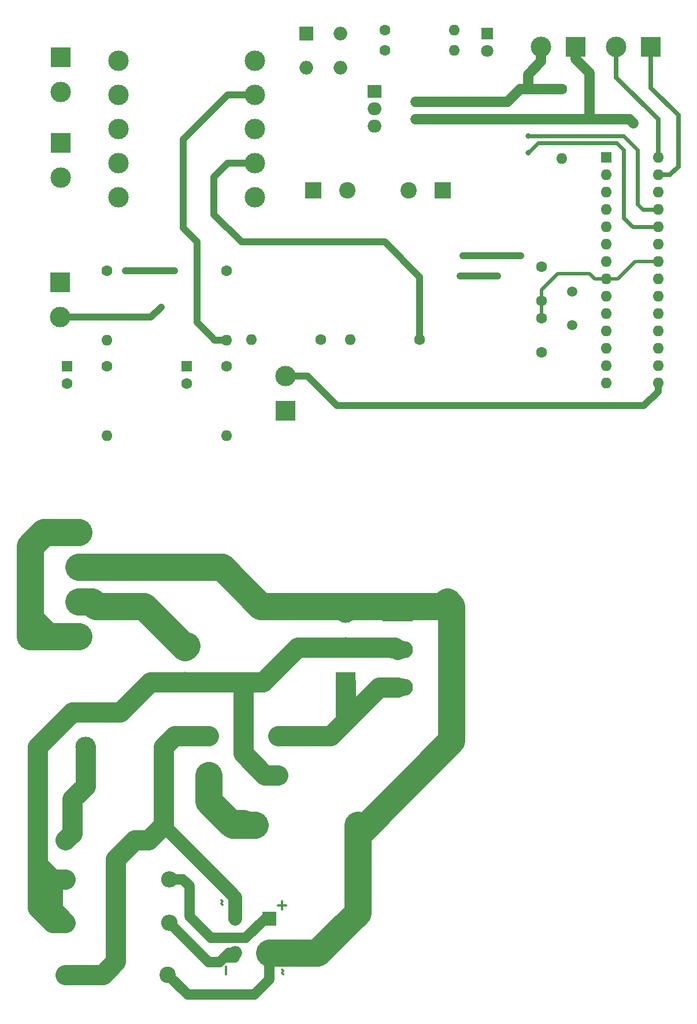
<source format=gtl>
G04 #@! TF.GenerationSoftware,KiCad,Pcbnew,(7.0.0)*
G04 #@! TF.CreationDate,2024-09-01T14:49:18+02:00*
G04 #@! TF.ProjectId,Routeur solaire  standard edition,526f7574-6575-4722-9073-6f6c61697265,rev?*
G04 #@! TF.SameCoordinates,Original*
G04 #@! TF.FileFunction,Copper,L1,Top*
G04 #@! TF.FilePolarity,Positive*
%FSLAX46Y46*%
G04 Gerber Fmt 4.6, Leading zero omitted, Abs format (unit mm)*
G04 Created by KiCad (PCBNEW (7.0.0)) date 2024-09-01 14:49:18*
%MOMM*%
%LPD*%
G01*
G04 APERTURE LIST*
%ADD10C,0.300000*%
G04 #@! TA.AperFunction,NonConductor*
%ADD11C,0.300000*%
G04 #@! TD*
G04 #@! TA.AperFunction,ComponentPad*
%ADD12R,3.000000X3.000000*%
G04 #@! TD*
G04 #@! TA.AperFunction,ComponentPad*
%ADD13C,3.000000*%
G04 #@! TD*
G04 #@! TA.AperFunction,ComponentPad*
%ADD14R,1.600000X1.600000*%
G04 #@! TD*
G04 #@! TA.AperFunction,ComponentPad*
%ADD15O,1.600000X1.600000*%
G04 #@! TD*
G04 #@! TA.AperFunction,ComponentPad*
%ADD16C,1.600000*%
G04 #@! TD*
G04 #@! TA.AperFunction,ComponentPad*
%ADD17C,1.500000*%
G04 #@! TD*
G04 #@! TA.AperFunction,ComponentPad*
%ADD18R,1.800000X1.800000*%
G04 #@! TD*
G04 #@! TA.AperFunction,ComponentPad*
%ADD19C,1.800000*%
G04 #@! TD*
G04 #@! TA.AperFunction,ComponentPad*
%ADD20R,2.400000X2.400000*%
G04 #@! TD*
G04 #@! TA.AperFunction,ComponentPad*
%ADD21C,2.400000*%
G04 #@! TD*
G04 #@! TA.AperFunction,ComponentPad*
%ADD22R,2.000000X2.000000*%
G04 #@! TD*
G04 #@! TA.AperFunction,ComponentPad*
%ADD23O,2.000000X2.000000*%
G04 #@! TD*
G04 #@! TA.AperFunction,ComponentPad*
%ADD24R,2.000000X1.905000*%
G04 #@! TD*
G04 #@! TA.AperFunction,ComponentPad*
%ADD25O,2.000000X1.905000*%
G04 #@! TD*
G04 #@! TA.AperFunction,ComponentPad*
%ADD26O,2.400000X2.400000*%
G04 #@! TD*
G04 #@! TA.AperFunction,ComponentPad*
%ADD27R,4.500000X2.500000*%
G04 #@! TD*
G04 #@! TA.AperFunction,ComponentPad*
%ADD28O,4.500000X2.500000*%
G04 #@! TD*
G04 #@! TA.AperFunction,ViaPad*
%ADD29C,0.800000*%
G04 #@! TD*
G04 #@! TA.AperFunction,Conductor*
%ADD30C,1.500000*%
G04 #@! TD*
G04 #@! TA.AperFunction,Conductor*
%ADD31C,4.000000*%
G04 #@! TD*
G04 #@! TA.AperFunction,Conductor*
%ADD32C,0.250000*%
G04 #@! TD*
G04 #@! TA.AperFunction,Conductor*
%ADD33C,0.600000*%
G04 #@! TD*
G04 #@! TA.AperFunction,Conductor*
%ADD34C,3.000000*%
G04 #@! TD*
G04 #@! TA.AperFunction,Conductor*
%ADD35C,1.000000*%
G04 #@! TD*
G04 #@! TA.AperFunction,Conductor*
%ADD36C,0.500000*%
G04 #@! TD*
G04 #@! TA.AperFunction,Conductor*
%ADD37C,0.700000*%
G04 #@! TD*
G04 #@! TA.AperFunction,Conductor*
%ADD38C,2.000000*%
G04 #@! TD*
G04 #@! TA.AperFunction,Conductor*
%ADD39C,0.200000*%
G04 #@! TD*
G04 APERTURE END LIST*
D10*
D11*
X57730357Y-156249642D02*
X57730357Y-157392500D01*
X57158928Y-156821071D02*
X58301785Y-156821071D01*
D10*
D11*
X48840357Y-156035357D02*
X48911785Y-156106785D01*
X48911785Y-156106785D02*
X48983214Y-156249642D01*
X48983214Y-156249642D02*
X48840357Y-156535357D01*
X48840357Y-156535357D02*
X48911785Y-156678214D01*
X48911785Y-156678214D02*
X48983214Y-156749642D01*
D10*
D11*
X49475357Y-165774642D02*
X49475357Y-166917500D01*
D10*
D11*
X57730357Y-166195357D02*
X57801785Y-166266785D01*
X57801785Y-166266785D02*
X57873214Y-166409642D01*
X57873214Y-166409642D02*
X57730357Y-166695357D01*
X57730357Y-166695357D02*
X57801785Y-166838214D01*
X57801785Y-166838214D02*
X57873214Y-166909642D01*
D12*
X27939999Y-102234999D03*
D13*
X27940000Y-107315000D03*
X27940000Y-112395000D03*
X27940000Y-117475000D03*
D14*
X105217205Y-47388163D03*
D15*
X105217205Y-49928163D03*
X105217205Y-52468163D03*
X105217205Y-55008163D03*
X105217205Y-57548163D03*
X105217205Y-60088163D03*
X105217205Y-62628163D03*
X105217205Y-65168163D03*
X105217205Y-67708163D03*
X105217205Y-70248163D03*
X105217205Y-72788163D03*
X105217205Y-75328163D03*
X105217205Y-77868163D03*
X105217205Y-80408163D03*
X112837205Y-80408163D03*
X112837205Y-77868163D03*
X112837205Y-75328163D03*
X112837205Y-72788163D03*
X112837205Y-70248163D03*
X112837205Y-67708163D03*
X112837205Y-65168163D03*
X112837205Y-62628163D03*
X112837205Y-60088163D03*
X112837205Y-57548163D03*
X112837205Y-55008163D03*
X112837205Y-52468163D03*
X112837205Y-49928163D03*
X112837205Y-47388163D03*
D12*
X100754999Y-31209999D03*
D13*
X95675000Y-31210000D03*
D16*
X98717206Y-37388164D03*
D15*
X98717205Y-47548163D03*
D12*
X111754999Y-31209999D03*
D13*
X106675000Y-31210000D03*
D17*
X100217206Y-71888164D03*
X100217206Y-66988164D03*
D16*
X95717206Y-70888164D03*
X95717206Y-75888164D03*
X95717206Y-63388164D03*
X95717206Y-68388164D03*
X72755000Y-31710000D03*
D15*
X82914999Y-31709999D03*
D12*
X25254999Y-32709999D03*
D13*
X25255000Y-37790000D03*
X33755000Y-53210000D03*
X33755000Y-48210000D03*
X33755000Y-43210000D03*
X33755000Y-38210000D03*
X33755000Y-33210000D03*
X53755000Y-33210000D03*
X53755000Y-38210000D03*
X53755000Y-43210000D03*
X53755000Y-48210000D03*
X53755000Y-53210000D03*
D16*
X72755000Y-28710000D03*
D15*
X82914999Y-28709999D03*
D12*
X58254999Y-84454999D03*
D13*
X58255000Y-79375000D03*
D18*
X87754999Y-29209999D03*
D19*
X87755000Y-31750000D03*
D20*
X81254999Y-52209999D03*
D21*
X76255000Y-52210000D03*
D20*
X62254999Y-52209999D03*
D21*
X67255000Y-52210000D03*
D22*
X61254999Y-29209999D03*
D23*
X61254999Y-34209999D03*
X66254999Y-34209999D03*
X66254999Y-29209999D03*
D24*
X71254999Y-37709999D03*
D25*
X71254999Y-40249999D03*
X71254999Y-42789999D03*
D16*
X49571858Y-63943213D03*
D15*
X49571857Y-74103212D03*
D16*
X49571858Y-77943213D03*
D15*
X49571857Y-88103212D03*
D14*
X43735372Y-77943212D03*
D16*
X43735373Y-80443213D03*
X77890573Y-74038952D03*
D15*
X67730572Y-74038951D03*
D16*
X32071858Y-63943213D03*
D15*
X32071857Y-74103212D03*
D16*
X32071858Y-77943213D03*
D15*
X32071857Y-88103212D03*
D12*
X25235372Y-65672064D03*
D13*
X25235373Y-70752065D03*
D14*
X26235372Y-77943212D03*
D16*
X26235373Y-80443213D03*
D12*
X25254999Y-45209999D03*
D13*
X25255000Y-50290000D03*
D21*
X25977500Y-159332500D03*
D26*
X41217499Y-159332499D03*
D12*
X28892499Y-128587499D03*
D13*
X28892500Y-133667500D03*
D21*
X25977500Y-152982500D03*
D26*
X41217499Y-152982499D03*
D12*
X43497499Y-119062499D03*
D13*
X43497500Y-124142500D03*
D16*
X63390573Y-74038952D03*
D15*
X53230572Y-74038951D03*
D27*
X74612499Y-113982499D03*
D28*
X74612499Y-119432499D03*
X74612499Y-124882499D03*
D22*
X55822499Y-158777499D03*
D23*
X50822499Y-158777499D03*
X50822499Y-163777499D03*
X55822499Y-163777499D03*
D16*
X46932500Y-137742500D03*
D15*
X57092499Y-137742499D03*
D21*
X53777500Y-145097500D03*
X68777500Y-145097500D03*
X25977500Y-166952500D03*
X40977500Y-166952500D03*
D16*
X46932500Y-132027500D03*
D15*
X57092499Y-132027499D03*
D16*
X25977500Y-147267500D03*
D15*
X36137499Y-147267499D03*
D12*
X66992499Y-124142499D03*
D13*
X66992500Y-119062500D03*
X66992500Y-113982500D03*
D29*
X109217206Y-42388164D03*
X89255000Y-64710000D03*
X77255000Y-39210000D03*
X41994871Y-63943213D03*
X77255000Y-41750000D03*
X93755000Y-44210000D03*
X92755000Y-61710000D03*
X93755000Y-46710000D03*
X34807837Y-63943213D03*
X84255000Y-61710000D03*
X39994871Y-69256179D03*
X86755000Y-41750000D03*
X83755000Y-64710000D03*
D30*
X50822500Y-163777500D02*
X49916864Y-163777500D01*
X49916864Y-163777500D02*
X49229364Y-164465000D01*
X46985000Y-165100000D02*
X41217500Y-159332500D01*
X49229364Y-164465000D02*
X48594364Y-165100000D01*
X50800000Y-164465000D02*
X49229364Y-164465000D01*
X48594364Y-165100000D02*
X46985000Y-165100000D01*
D31*
X68777500Y-146487500D02*
X68777500Y-146685000D01*
X82550000Y-132715000D02*
X68777500Y-146487500D01*
X82550000Y-113030000D02*
X82550000Y-132715000D01*
X81915000Y-112395000D02*
X82550000Y-113030000D01*
X81280000Y-113030000D02*
X81915000Y-112395000D01*
X54610000Y-113030000D02*
X81280000Y-113030000D01*
X48895000Y-107315000D02*
X54610000Y-113030000D01*
X27940000Y-107315000D02*
X48895000Y-107315000D01*
X68777500Y-146685000D02*
X68777500Y-157917500D01*
X68777500Y-145097500D02*
X68777500Y-146685000D01*
X22860000Y-102235000D02*
X27940000Y-102235000D01*
X20830000Y-104265000D02*
X22860000Y-102235000D01*
X20830000Y-114935000D02*
X20830000Y-104265000D01*
X23370000Y-117475000D02*
X20830000Y-114935000D01*
X27940000Y-117475000D02*
X23370000Y-117475000D01*
X20830000Y-114935000D02*
X20830000Y-117475000D01*
X20830000Y-117475000D02*
X24130000Y-117475000D01*
X37465000Y-113030000D02*
X43497500Y-119062500D01*
X29845000Y-112395000D02*
X30480000Y-113030000D01*
X27940000Y-112395000D02*
X29845000Y-112395000D01*
X30480000Y-113030000D02*
X37465000Y-113030000D01*
X50482500Y-145097500D02*
X53777500Y-145097500D01*
X50165000Y-144780000D02*
X50482500Y-145097500D01*
X46932500Y-141547500D02*
X50165000Y-144780000D01*
X50165000Y-144780000D02*
X52070000Y-144780000D01*
X46932500Y-137742500D02*
X46932500Y-141547500D01*
D32*
X39994871Y-69256179D02*
X39994871Y-69256179D01*
D33*
X93755000Y-44210000D02*
X93755000Y-44210000D01*
D34*
X33337500Y-150067500D02*
X36137500Y-147267500D01*
D35*
X45255000Y-59710000D02*
X45255000Y-71516308D01*
D36*
X102717206Y-64388164D02*
X103497206Y-65168164D01*
D33*
X109755000Y-54210000D02*
X109755000Y-47710000D01*
D34*
X31432500Y-166952500D02*
X33337500Y-165047500D01*
X26987500Y-128587500D02*
X21907500Y-133667500D01*
D37*
X112837206Y-41792206D02*
X106675000Y-35630000D01*
D35*
X47755000Y-55710000D02*
X51755000Y-59710000D01*
D36*
X95717206Y-68388164D02*
X95717206Y-70888164D01*
D35*
X34807837Y-63943213D02*
X41994871Y-63943213D01*
D34*
X74242500Y-119062500D02*
X74612500Y-119432500D01*
D33*
X106755000Y-45210000D02*
X95255000Y-45210000D01*
D34*
X40322500Y-145097500D02*
X39687500Y-145732500D01*
X52012500Y-134562500D02*
X55192500Y-137742500D01*
D33*
X107755000Y-46210000D02*
X106755000Y-45210000D01*
D30*
X108579042Y-41750000D02*
X109217206Y-42388164D01*
D33*
X110553164Y-55008164D02*
X109755000Y-54210000D01*
D35*
X83755000Y-64710000D02*
X89255000Y-64710000D01*
D30*
X95675000Y-33331320D02*
X93755000Y-35251320D01*
D34*
X52012500Y-124142500D02*
X52012500Y-134562500D01*
D30*
X83755000Y-39210000D02*
X90755000Y-39210000D01*
D34*
X33972500Y-128587500D02*
X28892500Y-128587500D01*
D30*
X44132500Y-158432500D02*
X44132500Y-153987500D01*
X43127500Y-152982500D02*
X41217500Y-152982500D01*
D34*
X24077500Y-159332500D02*
X25977500Y-159332500D01*
D32*
X65755000Y-83710000D02*
X65755000Y-83630000D01*
D34*
X25977500Y-147267500D02*
X26877500Y-146367500D01*
D30*
X93755000Y-37388164D02*
X98717206Y-37388164D01*
D34*
X33337500Y-165047500D02*
X33337500Y-150067500D01*
D30*
X77255000Y-39210000D02*
X83755000Y-39210000D01*
D36*
X105217206Y-65168164D02*
X106937206Y-65168164D01*
D34*
X57092500Y-132027500D02*
X64822500Y-132027500D01*
X66992500Y-119062500D02*
X74242500Y-119062500D01*
D30*
X95675000Y-31210000D02*
X95675000Y-33331320D01*
X47307500Y-161607500D02*
X46672500Y-160972500D01*
X43887500Y-169862500D02*
X53657500Y-169862500D01*
D34*
X21907500Y-151447500D02*
X21907500Y-157162500D01*
X21907500Y-133667500D02*
X21907500Y-150812500D01*
D33*
X107755000Y-44210000D02*
X93755000Y-44210000D01*
D34*
X28892500Y-133667500D02*
X28892500Y-139382500D01*
D36*
X95717206Y-66747794D02*
X95717206Y-68388164D01*
D31*
X55822500Y-163777500D02*
X62917500Y-163777500D01*
D34*
X24077500Y-157432500D02*
X25977500Y-159332500D01*
D35*
X43255000Y-57710000D02*
X45255000Y-59710000D01*
D31*
X68777500Y-157917500D02*
X66357500Y-160337500D01*
D33*
X112837206Y-57548164D02*
X109093164Y-57548164D01*
D30*
X77255000Y-41750000D02*
X83715000Y-41750000D01*
X40977500Y-166952500D02*
X43887500Y-169862500D01*
D38*
X50822500Y-158777500D02*
X50822500Y-155597500D01*
D35*
X43755000Y-44210000D02*
X43255000Y-44710000D01*
D34*
X26987500Y-141287500D02*
X28892500Y-139382500D01*
D30*
X52387500Y-161607500D02*
X47307500Y-161607500D01*
D34*
X46932500Y-132027500D02*
X41962500Y-132027500D01*
X21907500Y-150812500D02*
X21907500Y-151447500D01*
X52012500Y-124142500D02*
X38417500Y-124142500D01*
D39*
X55822500Y-158777500D02*
X55217500Y-158777500D01*
D37*
X111755000Y-37210000D02*
X115755000Y-41210000D01*
D30*
X100755000Y-32960000D02*
X102755000Y-34960000D01*
D37*
X106675000Y-35630000D02*
X106675000Y-31210000D01*
D35*
X112837206Y-80408164D02*
X112837206Y-81627794D01*
D39*
X26877500Y-146367500D02*
X26987500Y-146367500D01*
D30*
X44132500Y-153987500D02*
X43127500Y-152982500D01*
D34*
X38152500Y-147267500D02*
X39687500Y-145732500D01*
D35*
X58255000Y-79375000D02*
X61420000Y-79375000D01*
X51755000Y-59710000D02*
X72755000Y-59710000D01*
D34*
X24077500Y-152982500D02*
X21907500Y-150812500D01*
D35*
X47755000Y-50210000D02*
X47755000Y-55710000D01*
D30*
X55822500Y-167697500D02*
X55822500Y-163777500D01*
D34*
X25977500Y-152982500D02*
X24077500Y-152982500D01*
D30*
X55217500Y-158777500D02*
X52387500Y-161607500D01*
D37*
X111755000Y-31210000D02*
X111755000Y-37210000D01*
D35*
X110755000Y-83710000D02*
X65755000Y-83710000D01*
X72755000Y-59710000D02*
X77890573Y-64845573D01*
D34*
X66992500Y-129857500D02*
X71967500Y-124882500D01*
D36*
X109717206Y-62628164D02*
X112837206Y-62628164D01*
D35*
X49755000Y-48210000D02*
X47755000Y-50210000D01*
D30*
X86755000Y-41750000D02*
X102755000Y-41750000D01*
D34*
X21907500Y-157162500D02*
X24077500Y-159332500D01*
D30*
X90755000Y-39210000D02*
X92576836Y-37388164D01*
X100755000Y-31210000D02*
X100755000Y-32960000D01*
D35*
X53755000Y-38210000D02*
X49755000Y-38210000D01*
D32*
X60272500Y-163777500D02*
X55822500Y-163777500D01*
X109477206Y-62628164D02*
X109717206Y-62628164D01*
D34*
X38417500Y-124142500D02*
X33972500Y-128587500D01*
X60007500Y-119062500D02*
X66992500Y-119062500D01*
D36*
X99217206Y-64388164D02*
X102717206Y-64388164D01*
D35*
X47448692Y-73710000D02*
X47841905Y-74103213D01*
D38*
X50822500Y-155597500D02*
X40322500Y-145097500D01*
D30*
X102755000Y-34960000D02*
X102755000Y-41750000D01*
D33*
X112837206Y-55008164D02*
X110553164Y-55008164D01*
D34*
X26987500Y-146367500D02*
X26987500Y-141287500D01*
X40322500Y-133667500D02*
X40322500Y-145097500D01*
D35*
X47841905Y-74103213D02*
X49571858Y-74103213D01*
D36*
X103497206Y-65168164D02*
X105217206Y-65168164D01*
D34*
X54927500Y-124142500D02*
X60007500Y-119062500D01*
D33*
X107755000Y-56210000D02*
X107755000Y-46210000D01*
D37*
X115755000Y-41210000D02*
X115755000Y-48710000D01*
D30*
X83715000Y-41750000D02*
X86755000Y-41750000D01*
D33*
X95255000Y-45210000D02*
X93755000Y-46710000D01*
D35*
X53755000Y-48210000D02*
X49755000Y-48210000D01*
D36*
X98076836Y-64388164D02*
X95717206Y-66747794D01*
D35*
X84255000Y-61710000D02*
X92708821Y-61710000D01*
X49755000Y-38210000D02*
X43755000Y-44210000D01*
D31*
X43757500Y-118802500D02*
X43497500Y-119062500D01*
D34*
X64822500Y-132027500D02*
X66992500Y-129857500D01*
D33*
X109093164Y-57548164D02*
X107755000Y-56210000D01*
D30*
X53657500Y-169862500D02*
X55822500Y-167697500D01*
D31*
X62917500Y-163777500D02*
X66357500Y-160337500D01*
D34*
X25977500Y-166952500D02*
X31432500Y-166952500D01*
D35*
X43255000Y-44710000D02*
X43255000Y-57710000D01*
D34*
X36137500Y-147267500D02*
X38152500Y-147267500D01*
X71967500Y-124882500D02*
X74612500Y-124882500D01*
D37*
X114536836Y-49928164D02*
X115755000Y-48710000D01*
D35*
X61420000Y-79375000D02*
X65755000Y-83710000D01*
D30*
X102755000Y-41750000D02*
X108579042Y-41750000D01*
D35*
X45255000Y-71516308D02*
X47448692Y-73710000D01*
D32*
X83715000Y-41750000D02*
X83755000Y-41710000D01*
D34*
X66992500Y-129857500D02*
X66992500Y-124142500D01*
D30*
X93755000Y-35251320D02*
X93755000Y-37388164D01*
D36*
X99217206Y-64388164D02*
X98076836Y-64388164D01*
D34*
X52012500Y-124142500D02*
X54927500Y-124142500D01*
D37*
X112837206Y-47388164D02*
X112837206Y-41792206D01*
D35*
X112837206Y-81627794D02*
X110755000Y-83710000D01*
D34*
X24077500Y-152982500D02*
X24077500Y-157432500D01*
D35*
X77890573Y-64845573D02*
X77890573Y-74038952D01*
D34*
X28892500Y-128587500D02*
X26987500Y-128587500D01*
D30*
X92576836Y-37388164D02*
X93755000Y-37388164D01*
D35*
X38498985Y-70752065D02*
X39994871Y-69256179D01*
D33*
X109755000Y-46210000D02*
X107755000Y-44210000D01*
D36*
X106937206Y-65168164D02*
X109477206Y-62628164D01*
D30*
X46672500Y-160972500D02*
X44132500Y-158432500D01*
D35*
X25235373Y-70752065D02*
X38498985Y-70752065D01*
D34*
X41962500Y-132027500D02*
X40322500Y-133667500D01*
X55192500Y-137742500D02*
X57092500Y-137742500D01*
D37*
X112837206Y-49928164D02*
X114536836Y-49928164D01*
D34*
X66357500Y-160337500D02*
X63817500Y-162877500D01*
D33*
X109755000Y-47710000D02*
X109755000Y-46210000D01*
M02*

</source>
